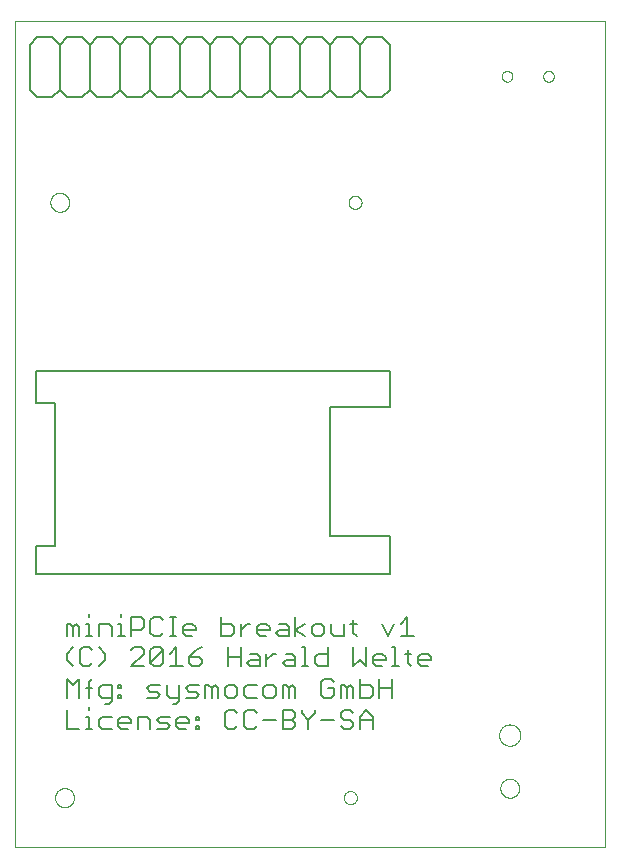
<source format=gto>
G75*
%MOIN*%
%OFA0B0*%
%FSLAX25Y25*%
%IPPOS*%
%LPD*%
%AMOC8*
5,1,8,0,0,1.08239X$1,22.5*
%
%ADD10C,0.00000*%
%ADD11C,0.00600*%
%ADD12C,0.00500*%
D10*
X0002181Y0009243D02*
X0002181Y0284834D01*
X0199031Y0284834D01*
X0199031Y0009243D01*
X0002181Y0009243D01*
X0015613Y0025806D02*
X0015615Y0025918D01*
X0015621Y0026029D01*
X0015631Y0026141D01*
X0015645Y0026252D01*
X0015662Y0026362D01*
X0015684Y0026472D01*
X0015710Y0026581D01*
X0015739Y0026689D01*
X0015772Y0026795D01*
X0015809Y0026901D01*
X0015850Y0027005D01*
X0015895Y0027108D01*
X0015943Y0027209D01*
X0015994Y0027308D01*
X0016049Y0027405D01*
X0016108Y0027500D01*
X0016169Y0027594D01*
X0016234Y0027685D01*
X0016303Y0027773D01*
X0016374Y0027859D01*
X0016448Y0027943D01*
X0016526Y0028023D01*
X0016606Y0028101D01*
X0016689Y0028177D01*
X0016774Y0028249D01*
X0016862Y0028318D01*
X0016952Y0028384D01*
X0017045Y0028446D01*
X0017140Y0028506D01*
X0017237Y0028562D01*
X0017335Y0028614D01*
X0017436Y0028663D01*
X0017538Y0028708D01*
X0017642Y0028750D01*
X0017747Y0028788D01*
X0017854Y0028822D01*
X0017961Y0028852D01*
X0018070Y0028879D01*
X0018179Y0028901D01*
X0018290Y0028920D01*
X0018400Y0028935D01*
X0018512Y0028946D01*
X0018623Y0028953D01*
X0018735Y0028956D01*
X0018847Y0028955D01*
X0018959Y0028950D01*
X0019070Y0028941D01*
X0019181Y0028928D01*
X0019292Y0028911D01*
X0019402Y0028891D01*
X0019511Y0028866D01*
X0019619Y0028838D01*
X0019726Y0028805D01*
X0019832Y0028769D01*
X0019936Y0028729D01*
X0020039Y0028686D01*
X0020141Y0028639D01*
X0020240Y0028588D01*
X0020338Y0028534D01*
X0020434Y0028476D01*
X0020528Y0028415D01*
X0020619Y0028351D01*
X0020708Y0028284D01*
X0020795Y0028213D01*
X0020879Y0028139D01*
X0020961Y0028063D01*
X0021039Y0027983D01*
X0021115Y0027901D01*
X0021188Y0027816D01*
X0021258Y0027729D01*
X0021324Y0027639D01*
X0021388Y0027547D01*
X0021448Y0027453D01*
X0021505Y0027357D01*
X0021558Y0027258D01*
X0021608Y0027158D01*
X0021654Y0027057D01*
X0021697Y0026953D01*
X0021736Y0026848D01*
X0021771Y0026742D01*
X0021802Y0026635D01*
X0021830Y0026526D01*
X0021853Y0026417D01*
X0021873Y0026307D01*
X0021889Y0026196D01*
X0021901Y0026085D01*
X0021909Y0025974D01*
X0021913Y0025862D01*
X0021913Y0025750D01*
X0021909Y0025638D01*
X0021901Y0025527D01*
X0021889Y0025416D01*
X0021873Y0025305D01*
X0021853Y0025195D01*
X0021830Y0025086D01*
X0021802Y0024977D01*
X0021771Y0024870D01*
X0021736Y0024764D01*
X0021697Y0024659D01*
X0021654Y0024555D01*
X0021608Y0024454D01*
X0021558Y0024354D01*
X0021505Y0024255D01*
X0021448Y0024159D01*
X0021388Y0024065D01*
X0021324Y0023973D01*
X0021258Y0023883D01*
X0021188Y0023796D01*
X0021115Y0023711D01*
X0021039Y0023629D01*
X0020961Y0023549D01*
X0020879Y0023473D01*
X0020795Y0023399D01*
X0020708Y0023328D01*
X0020619Y0023261D01*
X0020528Y0023197D01*
X0020434Y0023136D01*
X0020338Y0023078D01*
X0020240Y0023024D01*
X0020141Y0022973D01*
X0020039Y0022926D01*
X0019936Y0022883D01*
X0019832Y0022843D01*
X0019726Y0022807D01*
X0019619Y0022774D01*
X0019511Y0022746D01*
X0019402Y0022721D01*
X0019292Y0022701D01*
X0019181Y0022684D01*
X0019070Y0022671D01*
X0018959Y0022662D01*
X0018847Y0022657D01*
X0018735Y0022656D01*
X0018623Y0022659D01*
X0018512Y0022666D01*
X0018400Y0022677D01*
X0018290Y0022692D01*
X0018179Y0022711D01*
X0018070Y0022733D01*
X0017961Y0022760D01*
X0017854Y0022790D01*
X0017747Y0022824D01*
X0017642Y0022862D01*
X0017538Y0022904D01*
X0017436Y0022949D01*
X0017335Y0022998D01*
X0017237Y0023050D01*
X0017140Y0023106D01*
X0017045Y0023166D01*
X0016952Y0023228D01*
X0016862Y0023294D01*
X0016774Y0023363D01*
X0016689Y0023435D01*
X0016606Y0023511D01*
X0016526Y0023589D01*
X0016448Y0023669D01*
X0016374Y0023753D01*
X0016303Y0023839D01*
X0016234Y0023927D01*
X0016169Y0024018D01*
X0016108Y0024112D01*
X0016049Y0024207D01*
X0015994Y0024304D01*
X0015943Y0024403D01*
X0015895Y0024504D01*
X0015850Y0024607D01*
X0015809Y0024711D01*
X0015772Y0024817D01*
X0015739Y0024923D01*
X0015710Y0025031D01*
X0015684Y0025140D01*
X0015662Y0025250D01*
X0015645Y0025360D01*
X0015631Y0025471D01*
X0015621Y0025583D01*
X0015615Y0025694D01*
X0015613Y0025806D01*
X0111874Y0025806D02*
X0111876Y0025899D01*
X0111882Y0025991D01*
X0111892Y0026083D01*
X0111906Y0026174D01*
X0111923Y0026265D01*
X0111945Y0026355D01*
X0111970Y0026444D01*
X0111999Y0026532D01*
X0112032Y0026618D01*
X0112069Y0026703D01*
X0112109Y0026787D01*
X0112153Y0026868D01*
X0112200Y0026948D01*
X0112250Y0027026D01*
X0112304Y0027101D01*
X0112361Y0027174D01*
X0112421Y0027244D01*
X0112484Y0027312D01*
X0112550Y0027377D01*
X0112618Y0027439D01*
X0112689Y0027499D01*
X0112763Y0027555D01*
X0112839Y0027608D01*
X0112917Y0027657D01*
X0112997Y0027704D01*
X0113079Y0027746D01*
X0113163Y0027786D01*
X0113248Y0027821D01*
X0113335Y0027853D01*
X0113423Y0027882D01*
X0113512Y0027906D01*
X0113602Y0027927D01*
X0113693Y0027943D01*
X0113785Y0027956D01*
X0113877Y0027965D01*
X0113970Y0027970D01*
X0114062Y0027971D01*
X0114155Y0027968D01*
X0114247Y0027961D01*
X0114339Y0027950D01*
X0114430Y0027935D01*
X0114521Y0027917D01*
X0114611Y0027894D01*
X0114699Y0027868D01*
X0114787Y0027838D01*
X0114873Y0027804D01*
X0114957Y0027767D01*
X0115040Y0027725D01*
X0115121Y0027681D01*
X0115201Y0027633D01*
X0115278Y0027582D01*
X0115352Y0027527D01*
X0115425Y0027469D01*
X0115495Y0027409D01*
X0115562Y0027345D01*
X0115626Y0027279D01*
X0115688Y0027209D01*
X0115746Y0027138D01*
X0115801Y0027064D01*
X0115853Y0026987D01*
X0115902Y0026908D01*
X0115948Y0026828D01*
X0115990Y0026745D01*
X0116028Y0026661D01*
X0116063Y0026575D01*
X0116094Y0026488D01*
X0116121Y0026400D01*
X0116144Y0026310D01*
X0116164Y0026220D01*
X0116180Y0026129D01*
X0116192Y0026037D01*
X0116200Y0025945D01*
X0116204Y0025852D01*
X0116204Y0025760D01*
X0116200Y0025667D01*
X0116192Y0025575D01*
X0116180Y0025483D01*
X0116164Y0025392D01*
X0116144Y0025302D01*
X0116121Y0025212D01*
X0116094Y0025124D01*
X0116063Y0025037D01*
X0116028Y0024951D01*
X0115990Y0024867D01*
X0115948Y0024784D01*
X0115902Y0024704D01*
X0115853Y0024625D01*
X0115801Y0024548D01*
X0115746Y0024474D01*
X0115688Y0024403D01*
X0115626Y0024333D01*
X0115562Y0024267D01*
X0115495Y0024203D01*
X0115425Y0024143D01*
X0115352Y0024085D01*
X0115278Y0024030D01*
X0115201Y0023979D01*
X0115122Y0023931D01*
X0115040Y0023887D01*
X0114957Y0023845D01*
X0114873Y0023808D01*
X0114787Y0023774D01*
X0114699Y0023744D01*
X0114611Y0023718D01*
X0114521Y0023695D01*
X0114430Y0023677D01*
X0114339Y0023662D01*
X0114247Y0023651D01*
X0114155Y0023644D01*
X0114062Y0023641D01*
X0113970Y0023642D01*
X0113877Y0023647D01*
X0113785Y0023656D01*
X0113693Y0023669D01*
X0113602Y0023685D01*
X0113512Y0023706D01*
X0113423Y0023730D01*
X0113335Y0023759D01*
X0113248Y0023791D01*
X0113163Y0023826D01*
X0113079Y0023866D01*
X0112997Y0023908D01*
X0112917Y0023955D01*
X0112839Y0024004D01*
X0112763Y0024057D01*
X0112689Y0024113D01*
X0112618Y0024173D01*
X0112550Y0024235D01*
X0112484Y0024300D01*
X0112421Y0024368D01*
X0112361Y0024438D01*
X0112304Y0024511D01*
X0112250Y0024586D01*
X0112200Y0024664D01*
X0112153Y0024744D01*
X0112109Y0024825D01*
X0112069Y0024909D01*
X0112032Y0024994D01*
X0111999Y0025080D01*
X0111970Y0025168D01*
X0111945Y0025257D01*
X0111923Y0025347D01*
X0111906Y0025438D01*
X0111892Y0025529D01*
X0111882Y0025621D01*
X0111876Y0025713D01*
X0111874Y0025806D01*
X0164031Y0028928D02*
X0164033Y0029040D01*
X0164039Y0029151D01*
X0164049Y0029263D01*
X0164063Y0029374D01*
X0164080Y0029484D01*
X0164102Y0029594D01*
X0164128Y0029703D01*
X0164157Y0029811D01*
X0164190Y0029917D01*
X0164227Y0030023D01*
X0164268Y0030127D01*
X0164313Y0030230D01*
X0164361Y0030331D01*
X0164412Y0030430D01*
X0164467Y0030527D01*
X0164526Y0030622D01*
X0164587Y0030716D01*
X0164652Y0030807D01*
X0164721Y0030895D01*
X0164792Y0030981D01*
X0164866Y0031065D01*
X0164944Y0031145D01*
X0165024Y0031223D01*
X0165107Y0031299D01*
X0165192Y0031371D01*
X0165280Y0031440D01*
X0165370Y0031506D01*
X0165463Y0031568D01*
X0165558Y0031628D01*
X0165655Y0031684D01*
X0165753Y0031736D01*
X0165854Y0031785D01*
X0165956Y0031830D01*
X0166060Y0031872D01*
X0166165Y0031910D01*
X0166272Y0031944D01*
X0166379Y0031974D01*
X0166488Y0032001D01*
X0166597Y0032023D01*
X0166708Y0032042D01*
X0166818Y0032057D01*
X0166930Y0032068D01*
X0167041Y0032075D01*
X0167153Y0032078D01*
X0167265Y0032077D01*
X0167377Y0032072D01*
X0167488Y0032063D01*
X0167599Y0032050D01*
X0167710Y0032033D01*
X0167820Y0032013D01*
X0167929Y0031988D01*
X0168037Y0031960D01*
X0168144Y0031927D01*
X0168250Y0031891D01*
X0168354Y0031851D01*
X0168457Y0031808D01*
X0168559Y0031761D01*
X0168658Y0031710D01*
X0168756Y0031656D01*
X0168852Y0031598D01*
X0168946Y0031537D01*
X0169037Y0031473D01*
X0169126Y0031406D01*
X0169213Y0031335D01*
X0169297Y0031261D01*
X0169379Y0031185D01*
X0169457Y0031105D01*
X0169533Y0031023D01*
X0169606Y0030938D01*
X0169676Y0030851D01*
X0169742Y0030761D01*
X0169806Y0030669D01*
X0169866Y0030575D01*
X0169923Y0030479D01*
X0169976Y0030380D01*
X0170026Y0030280D01*
X0170072Y0030179D01*
X0170115Y0030075D01*
X0170154Y0029970D01*
X0170189Y0029864D01*
X0170220Y0029757D01*
X0170248Y0029648D01*
X0170271Y0029539D01*
X0170291Y0029429D01*
X0170307Y0029318D01*
X0170319Y0029207D01*
X0170327Y0029096D01*
X0170331Y0028984D01*
X0170331Y0028872D01*
X0170327Y0028760D01*
X0170319Y0028649D01*
X0170307Y0028538D01*
X0170291Y0028427D01*
X0170271Y0028317D01*
X0170248Y0028208D01*
X0170220Y0028099D01*
X0170189Y0027992D01*
X0170154Y0027886D01*
X0170115Y0027781D01*
X0170072Y0027677D01*
X0170026Y0027576D01*
X0169976Y0027476D01*
X0169923Y0027377D01*
X0169866Y0027281D01*
X0169806Y0027187D01*
X0169742Y0027095D01*
X0169676Y0027005D01*
X0169606Y0026918D01*
X0169533Y0026833D01*
X0169457Y0026751D01*
X0169379Y0026671D01*
X0169297Y0026595D01*
X0169213Y0026521D01*
X0169126Y0026450D01*
X0169037Y0026383D01*
X0168946Y0026319D01*
X0168852Y0026258D01*
X0168756Y0026200D01*
X0168658Y0026146D01*
X0168559Y0026095D01*
X0168457Y0026048D01*
X0168354Y0026005D01*
X0168250Y0025965D01*
X0168144Y0025929D01*
X0168037Y0025896D01*
X0167929Y0025868D01*
X0167820Y0025843D01*
X0167710Y0025823D01*
X0167599Y0025806D01*
X0167488Y0025793D01*
X0167377Y0025784D01*
X0167265Y0025779D01*
X0167153Y0025778D01*
X0167041Y0025781D01*
X0166930Y0025788D01*
X0166818Y0025799D01*
X0166708Y0025814D01*
X0166597Y0025833D01*
X0166488Y0025855D01*
X0166379Y0025882D01*
X0166272Y0025912D01*
X0166165Y0025946D01*
X0166060Y0025984D01*
X0165956Y0026026D01*
X0165854Y0026071D01*
X0165753Y0026120D01*
X0165655Y0026172D01*
X0165558Y0026228D01*
X0165463Y0026288D01*
X0165370Y0026350D01*
X0165280Y0026416D01*
X0165192Y0026485D01*
X0165107Y0026557D01*
X0165024Y0026633D01*
X0164944Y0026711D01*
X0164866Y0026791D01*
X0164792Y0026875D01*
X0164721Y0026961D01*
X0164652Y0027049D01*
X0164587Y0027140D01*
X0164526Y0027234D01*
X0164467Y0027329D01*
X0164412Y0027426D01*
X0164361Y0027525D01*
X0164313Y0027626D01*
X0164268Y0027729D01*
X0164227Y0027833D01*
X0164190Y0027939D01*
X0164157Y0028045D01*
X0164128Y0028153D01*
X0164102Y0028262D01*
X0164080Y0028372D01*
X0164063Y0028482D01*
X0164049Y0028593D01*
X0164039Y0028705D01*
X0164033Y0028816D01*
X0164031Y0028928D01*
X0163638Y0046645D02*
X0163640Y0046763D01*
X0163646Y0046882D01*
X0163656Y0047000D01*
X0163670Y0047117D01*
X0163687Y0047234D01*
X0163709Y0047351D01*
X0163735Y0047466D01*
X0163764Y0047581D01*
X0163797Y0047695D01*
X0163834Y0047807D01*
X0163875Y0047918D01*
X0163919Y0048028D01*
X0163967Y0048136D01*
X0164019Y0048243D01*
X0164074Y0048348D01*
X0164133Y0048451D01*
X0164195Y0048551D01*
X0164260Y0048650D01*
X0164329Y0048747D01*
X0164400Y0048841D01*
X0164475Y0048932D01*
X0164553Y0049022D01*
X0164634Y0049108D01*
X0164718Y0049192D01*
X0164804Y0049273D01*
X0164894Y0049351D01*
X0164985Y0049426D01*
X0165079Y0049497D01*
X0165176Y0049566D01*
X0165275Y0049631D01*
X0165375Y0049693D01*
X0165478Y0049752D01*
X0165583Y0049807D01*
X0165690Y0049859D01*
X0165798Y0049907D01*
X0165908Y0049951D01*
X0166019Y0049992D01*
X0166131Y0050029D01*
X0166245Y0050062D01*
X0166360Y0050091D01*
X0166475Y0050117D01*
X0166592Y0050139D01*
X0166709Y0050156D01*
X0166826Y0050170D01*
X0166944Y0050180D01*
X0167063Y0050186D01*
X0167181Y0050188D01*
X0167299Y0050186D01*
X0167418Y0050180D01*
X0167536Y0050170D01*
X0167653Y0050156D01*
X0167770Y0050139D01*
X0167887Y0050117D01*
X0168002Y0050091D01*
X0168117Y0050062D01*
X0168231Y0050029D01*
X0168343Y0049992D01*
X0168454Y0049951D01*
X0168564Y0049907D01*
X0168672Y0049859D01*
X0168779Y0049807D01*
X0168884Y0049752D01*
X0168987Y0049693D01*
X0169087Y0049631D01*
X0169186Y0049566D01*
X0169283Y0049497D01*
X0169377Y0049426D01*
X0169468Y0049351D01*
X0169558Y0049273D01*
X0169644Y0049192D01*
X0169728Y0049108D01*
X0169809Y0049022D01*
X0169887Y0048932D01*
X0169962Y0048841D01*
X0170033Y0048747D01*
X0170102Y0048650D01*
X0170167Y0048551D01*
X0170229Y0048451D01*
X0170288Y0048348D01*
X0170343Y0048243D01*
X0170395Y0048136D01*
X0170443Y0048028D01*
X0170487Y0047918D01*
X0170528Y0047807D01*
X0170565Y0047695D01*
X0170598Y0047581D01*
X0170627Y0047466D01*
X0170653Y0047351D01*
X0170675Y0047234D01*
X0170692Y0047117D01*
X0170706Y0047000D01*
X0170716Y0046882D01*
X0170722Y0046763D01*
X0170724Y0046645D01*
X0170722Y0046527D01*
X0170716Y0046408D01*
X0170706Y0046290D01*
X0170692Y0046173D01*
X0170675Y0046056D01*
X0170653Y0045939D01*
X0170627Y0045824D01*
X0170598Y0045709D01*
X0170565Y0045595D01*
X0170528Y0045483D01*
X0170487Y0045372D01*
X0170443Y0045262D01*
X0170395Y0045154D01*
X0170343Y0045047D01*
X0170288Y0044942D01*
X0170229Y0044839D01*
X0170167Y0044739D01*
X0170102Y0044640D01*
X0170033Y0044543D01*
X0169962Y0044449D01*
X0169887Y0044358D01*
X0169809Y0044268D01*
X0169728Y0044182D01*
X0169644Y0044098D01*
X0169558Y0044017D01*
X0169468Y0043939D01*
X0169377Y0043864D01*
X0169283Y0043793D01*
X0169186Y0043724D01*
X0169087Y0043659D01*
X0168987Y0043597D01*
X0168884Y0043538D01*
X0168779Y0043483D01*
X0168672Y0043431D01*
X0168564Y0043383D01*
X0168454Y0043339D01*
X0168343Y0043298D01*
X0168231Y0043261D01*
X0168117Y0043228D01*
X0168002Y0043199D01*
X0167887Y0043173D01*
X0167770Y0043151D01*
X0167653Y0043134D01*
X0167536Y0043120D01*
X0167418Y0043110D01*
X0167299Y0043104D01*
X0167181Y0043102D01*
X0167063Y0043104D01*
X0166944Y0043110D01*
X0166826Y0043120D01*
X0166709Y0043134D01*
X0166592Y0043151D01*
X0166475Y0043173D01*
X0166360Y0043199D01*
X0166245Y0043228D01*
X0166131Y0043261D01*
X0166019Y0043298D01*
X0165908Y0043339D01*
X0165798Y0043383D01*
X0165690Y0043431D01*
X0165583Y0043483D01*
X0165478Y0043538D01*
X0165375Y0043597D01*
X0165275Y0043659D01*
X0165176Y0043724D01*
X0165079Y0043793D01*
X0164985Y0043864D01*
X0164894Y0043939D01*
X0164804Y0044017D01*
X0164718Y0044098D01*
X0164634Y0044182D01*
X0164553Y0044268D01*
X0164475Y0044358D01*
X0164400Y0044449D01*
X0164329Y0044543D01*
X0164260Y0044640D01*
X0164195Y0044739D01*
X0164133Y0044839D01*
X0164074Y0044942D01*
X0164019Y0045047D01*
X0163967Y0045154D01*
X0163919Y0045262D01*
X0163875Y0045372D01*
X0163834Y0045483D01*
X0163797Y0045595D01*
X0163764Y0045709D01*
X0163735Y0045824D01*
X0163709Y0045939D01*
X0163687Y0046056D01*
X0163670Y0046173D01*
X0163656Y0046290D01*
X0163646Y0046408D01*
X0163640Y0046527D01*
X0163638Y0046645D01*
X0113449Y0224243D02*
X0113451Y0224336D01*
X0113457Y0224428D01*
X0113467Y0224520D01*
X0113481Y0224611D01*
X0113498Y0224702D01*
X0113520Y0224792D01*
X0113545Y0224881D01*
X0113574Y0224969D01*
X0113607Y0225055D01*
X0113644Y0225140D01*
X0113684Y0225224D01*
X0113728Y0225305D01*
X0113775Y0225385D01*
X0113825Y0225463D01*
X0113879Y0225538D01*
X0113936Y0225611D01*
X0113996Y0225681D01*
X0114059Y0225749D01*
X0114125Y0225814D01*
X0114193Y0225876D01*
X0114264Y0225936D01*
X0114338Y0225992D01*
X0114414Y0226045D01*
X0114492Y0226094D01*
X0114572Y0226141D01*
X0114654Y0226183D01*
X0114738Y0226223D01*
X0114823Y0226258D01*
X0114910Y0226290D01*
X0114998Y0226319D01*
X0115087Y0226343D01*
X0115177Y0226364D01*
X0115268Y0226380D01*
X0115360Y0226393D01*
X0115452Y0226402D01*
X0115545Y0226407D01*
X0115637Y0226408D01*
X0115730Y0226405D01*
X0115822Y0226398D01*
X0115914Y0226387D01*
X0116005Y0226372D01*
X0116096Y0226354D01*
X0116186Y0226331D01*
X0116274Y0226305D01*
X0116362Y0226275D01*
X0116448Y0226241D01*
X0116532Y0226204D01*
X0116615Y0226162D01*
X0116696Y0226118D01*
X0116776Y0226070D01*
X0116853Y0226019D01*
X0116927Y0225964D01*
X0117000Y0225906D01*
X0117070Y0225846D01*
X0117137Y0225782D01*
X0117201Y0225716D01*
X0117263Y0225646D01*
X0117321Y0225575D01*
X0117376Y0225501D01*
X0117428Y0225424D01*
X0117477Y0225345D01*
X0117523Y0225265D01*
X0117565Y0225182D01*
X0117603Y0225098D01*
X0117638Y0225012D01*
X0117669Y0224925D01*
X0117696Y0224837D01*
X0117719Y0224747D01*
X0117739Y0224657D01*
X0117755Y0224566D01*
X0117767Y0224474D01*
X0117775Y0224382D01*
X0117779Y0224289D01*
X0117779Y0224197D01*
X0117775Y0224104D01*
X0117767Y0224012D01*
X0117755Y0223920D01*
X0117739Y0223829D01*
X0117719Y0223739D01*
X0117696Y0223649D01*
X0117669Y0223561D01*
X0117638Y0223474D01*
X0117603Y0223388D01*
X0117565Y0223304D01*
X0117523Y0223221D01*
X0117477Y0223141D01*
X0117428Y0223062D01*
X0117376Y0222985D01*
X0117321Y0222911D01*
X0117263Y0222840D01*
X0117201Y0222770D01*
X0117137Y0222704D01*
X0117070Y0222640D01*
X0117000Y0222580D01*
X0116927Y0222522D01*
X0116853Y0222467D01*
X0116776Y0222416D01*
X0116697Y0222368D01*
X0116615Y0222324D01*
X0116532Y0222282D01*
X0116448Y0222245D01*
X0116362Y0222211D01*
X0116274Y0222181D01*
X0116186Y0222155D01*
X0116096Y0222132D01*
X0116005Y0222114D01*
X0115914Y0222099D01*
X0115822Y0222088D01*
X0115730Y0222081D01*
X0115637Y0222078D01*
X0115545Y0222079D01*
X0115452Y0222084D01*
X0115360Y0222093D01*
X0115268Y0222106D01*
X0115177Y0222122D01*
X0115087Y0222143D01*
X0114998Y0222167D01*
X0114910Y0222196D01*
X0114823Y0222228D01*
X0114738Y0222263D01*
X0114654Y0222303D01*
X0114572Y0222345D01*
X0114492Y0222392D01*
X0114414Y0222441D01*
X0114338Y0222494D01*
X0114264Y0222550D01*
X0114193Y0222610D01*
X0114125Y0222672D01*
X0114059Y0222737D01*
X0113996Y0222805D01*
X0113936Y0222875D01*
X0113879Y0222948D01*
X0113825Y0223023D01*
X0113775Y0223101D01*
X0113728Y0223181D01*
X0113684Y0223262D01*
X0113644Y0223346D01*
X0113607Y0223431D01*
X0113574Y0223517D01*
X0113545Y0223605D01*
X0113520Y0223694D01*
X0113498Y0223784D01*
X0113481Y0223875D01*
X0113467Y0223966D01*
X0113457Y0224058D01*
X0113451Y0224150D01*
X0113449Y0224243D01*
X0164519Y0266243D02*
X0164521Y0266327D01*
X0164527Y0266410D01*
X0164537Y0266493D01*
X0164551Y0266576D01*
X0164568Y0266658D01*
X0164590Y0266739D01*
X0164615Y0266818D01*
X0164644Y0266897D01*
X0164677Y0266974D01*
X0164713Y0267049D01*
X0164753Y0267123D01*
X0164796Y0267195D01*
X0164843Y0267264D01*
X0164893Y0267331D01*
X0164946Y0267396D01*
X0165002Y0267458D01*
X0165060Y0267518D01*
X0165122Y0267575D01*
X0165186Y0267628D01*
X0165253Y0267679D01*
X0165322Y0267726D01*
X0165393Y0267771D01*
X0165466Y0267811D01*
X0165541Y0267848D01*
X0165618Y0267882D01*
X0165696Y0267912D01*
X0165775Y0267938D01*
X0165856Y0267961D01*
X0165938Y0267979D01*
X0166020Y0267994D01*
X0166103Y0268005D01*
X0166186Y0268012D01*
X0166270Y0268015D01*
X0166354Y0268014D01*
X0166437Y0268009D01*
X0166521Y0268000D01*
X0166603Y0267987D01*
X0166685Y0267971D01*
X0166766Y0267950D01*
X0166847Y0267926D01*
X0166925Y0267898D01*
X0167003Y0267866D01*
X0167079Y0267830D01*
X0167153Y0267791D01*
X0167225Y0267749D01*
X0167295Y0267703D01*
X0167363Y0267654D01*
X0167428Y0267602D01*
X0167491Y0267547D01*
X0167551Y0267489D01*
X0167609Y0267428D01*
X0167663Y0267364D01*
X0167715Y0267298D01*
X0167763Y0267230D01*
X0167808Y0267159D01*
X0167849Y0267086D01*
X0167888Y0267012D01*
X0167922Y0266936D01*
X0167953Y0266858D01*
X0167980Y0266779D01*
X0168004Y0266698D01*
X0168023Y0266617D01*
X0168039Y0266535D01*
X0168051Y0266452D01*
X0168059Y0266368D01*
X0168063Y0266285D01*
X0168063Y0266201D01*
X0168059Y0266118D01*
X0168051Y0266034D01*
X0168039Y0265951D01*
X0168023Y0265869D01*
X0168004Y0265788D01*
X0167980Y0265707D01*
X0167953Y0265628D01*
X0167922Y0265550D01*
X0167888Y0265474D01*
X0167849Y0265400D01*
X0167808Y0265327D01*
X0167763Y0265256D01*
X0167715Y0265188D01*
X0167663Y0265122D01*
X0167609Y0265058D01*
X0167551Y0264997D01*
X0167491Y0264939D01*
X0167428Y0264884D01*
X0167363Y0264832D01*
X0167295Y0264783D01*
X0167225Y0264737D01*
X0167153Y0264695D01*
X0167079Y0264656D01*
X0167003Y0264620D01*
X0166925Y0264588D01*
X0166847Y0264560D01*
X0166766Y0264536D01*
X0166685Y0264515D01*
X0166603Y0264499D01*
X0166521Y0264486D01*
X0166437Y0264477D01*
X0166354Y0264472D01*
X0166270Y0264471D01*
X0166186Y0264474D01*
X0166103Y0264481D01*
X0166020Y0264492D01*
X0165938Y0264507D01*
X0165856Y0264525D01*
X0165775Y0264548D01*
X0165696Y0264574D01*
X0165618Y0264604D01*
X0165541Y0264638D01*
X0165466Y0264675D01*
X0165393Y0264715D01*
X0165322Y0264760D01*
X0165253Y0264807D01*
X0165186Y0264858D01*
X0165122Y0264911D01*
X0165060Y0264968D01*
X0165002Y0265028D01*
X0164946Y0265090D01*
X0164893Y0265155D01*
X0164843Y0265222D01*
X0164796Y0265291D01*
X0164753Y0265363D01*
X0164713Y0265437D01*
X0164677Y0265512D01*
X0164644Y0265589D01*
X0164615Y0265668D01*
X0164590Y0265747D01*
X0164568Y0265828D01*
X0164551Y0265910D01*
X0164537Y0265993D01*
X0164527Y0266076D01*
X0164521Y0266159D01*
X0164519Y0266243D01*
X0178299Y0266243D02*
X0178301Y0266327D01*
X0178307Y0266410D01*
X0178317Y0266493D01*
X0178331Y0266576D01*
X0178348Y0266658D01*
X0178370Y0266739D01*
X0178395Y0266818D01*
X0178424Y0266897D01*
X0178457Y0266974D01*
X0178493Y0267049D01*
X0178533Y0267123D01*
X0178576Y0267195D01*
X0178623Y0267264D01*
X0178673Y0267331D01*
X0178726Y0267396D01*
X0178782Y0267458D01*
X0178840Y0267518D01*
X0178902Y0267575D01*
X0178966Y0267628D01*
X0179033Y0267679D01*
X0179102Y0267726D01*
X0179173Y0267771D01*
X0179246Y0267811D01*
X0179321Y0267848D01*
X0179398Y0267882D01*
X0179476Y0267912D01*
X0179555Y0267938D01*
X0179636Y0267961D01*
X0179718Y0267979D01*
X0179800Y0267994D01*
X0179883Y0268005D01*
X0179966Y0268012D01*
X0180050Y0268015D01*
X0180134Y0268014D01*
X0180217Y0268009D01*
X0180301Y0268000D01*
X0180383Y0267987D01*
X0180465Y0267971D01*
X0180546Y0267950D01*
X0180627Y0267926D01*
X0180705Y0267898D01*
X0180783Y0267866D01*
X0180859Y0267830D01*
X0180933Y0267791D01*
X0181005Y0267749D01*
X0181075Y0267703D01*
X0181143Y0267654D01*
X0181208Y0267602D01*
X0181271Y0267547D01*
X0181331Y0267489D01*
X0181389Y0267428D01*
X0181443Y0267364D01*
X0181495Y0267298D01*
X0181543Y0267230D01*
X0181588Y0267159D01*
X0181629Y0267086D01*
X0181668Y0267012D01*
X0181702Y0266936D01*
X0181733Y0266858D01*
X0181760Y0266779D01*
X0181784Y0266698D01*
X0181803Y0266617D01*
X0181819Y0266535D01*
X0181831Y0266452D01*
X0181839Y0266368D01*
X0181843Y0266285D01*
X0181843Y0266201D01*
X0181839Y0266118D01*
X0181831Y0266034D01*
X0181819Y0265951D01*
X0181803Y0265869D01*
X0181784Y0265788D01*
X0181760Y0265707D01*
X0181733Y0265628D01*
X0181702Y0265550D01*
X0181668Y0265474D01*
X0181629Y0265400D01*
X0181588Y0265327D01*
X0181543Y0265256D01*
X0181495Y0265188D01*
X0181443Y0265122D01*
X0181389Y0265058D01*
X0181331Y0264997D01*
X0181271Y0264939D01*
X0181208Y0264884D01*
X0181143Y0264832D01*
X0181075Y0264783D01*
X0181005Y0264737D01*
X0180933Y0264695D01*
X0180859Y0264656D01*
X0180783Y0264620D01*
X0180705Y0264588D01*
X0180627Y0264560D01*
X0180546Y0264536D01*
X0180465Y0264515D01*
X0180383Y0264499D01*
X0180301Y0264486D01*
X0180217Y0264477D01*
X0180134Y0264472D01*
X0180050Y0264471D01*
X0179966Y0264474D01*
X0179883Y0264481D01*
X0179800Y0264492D01*
X0179718Y0264507D01*
X0179636Y0264525D01*
X0179555Y0264548D01*
X0179476Y0264574D01*
X0179398Y0264604D01*
X0179321Y0264638D01*
X0179246Y0264675D01*
X0179173Y0264715D01*
X0179102Y0264760D01*
X0179033Y0264807D01*
X0178966Y0264858D01*
X0178902Y0264911D01*
X0178840Y0264968D01*
X0178782Y0265028D01*
X0178726Y0265090D01*
X0178673Y0265155D01*
X0178623Y0265222D01*
X0178576Y0265291D01*
X0178533Y0265363D01*
X0178493Y0265437D01*
X0178457Y0265512D01*
X0178424Y0265589D01*
X0178395Y0265668D01*
X0178370Y0265747D01*
X0178348Y0265828D01*
X0178331Y0265910D01*
X0178317Y0265993D01*
X0178307Y0266076D01*
X0178301Y0266159D01*
X0178299Y0266243D01*
X0014038Y0224243D02*
X0014040Y0224355D01*
X0014046Y0224466D01*
X0014056Y0224578D01*
X0014070Y0224689D01*
X0014087Y0224799D01*
X0014109Y0224909D01*
X0014135Y0225018D01*
X0014164Y0225126D01*
X0014197Y0225232D01*
X0014234Y0225338D01*
X0014275Y0225442D01*
X0014320Y0225545D01*
X0014368Y0225646D01*
X0014419Y0225745D01*
X0014474Y0225842D01*
X0014533Y0225937D01*
X0014594Y0226031D01*
X0014659Y0226122D01*
X0014728Y0226210D01*
X0014799Y0226296D01*
X0014873Y0226380D01*
X0014951Y0226460D01*
X0015031Y0226538D01*
X0015114Y0226614D01*
X0015199Y0226686D01*
X0015287Y0226755D01*
X0015377Y0226821D01*
X0015470Y0226883D01*
X0015565Y0226943D01*
X0015662Y0226999D01*
X0015760Y0227051D01*
X0015861Y0227100D01*
X0015963Y0227145D01*
X0016067Y0227187D01*
X0016172Y0227225D01*
X0016279Y0227259D01*
X0016386Y0227289D01*
X0016495Y0227316D01*
X0016604Y0227338D01*
X0016715Y0227357D01*
X0016825Y0227372D01*
X0016937Y0227383D01*
X0017048Y0227390D01*
X0017160Y0227393D01*
X0017272Y0227392D01*
X0017384Y0227387D01*
X0017495Y0227378D01*
X0017606Y0227365D01*
X0017717Y0227348D01*
X0017827Y0227328D01*
X0017936Y0227303D01*
X0018044Y0227275D01*
X0018151Y0227242D01*
X0018257Y0227206D01*
X0018361Y0227166D01*
X0018464Y0227123D01*
X0018566Y0227076D01*
X0018665Y0227025D01*
X0018763Y0226971D01*
X0018859Y0226913D01*
X0018953Y0226852D01*
X0019044Y0226788D01*
X0019133Y0226721D01*
X0019220Y0226650D01*
X0019304Y0226576D01*
X0019386Y0226500D01*
X0019464Y0226420D01*
X0019540Y0226338D01*
X0019613Y0226253D01*
X0019683Y0226166D01*
X0019749Y0226076D01*
X0019813Y0225984D01*
X0019873Y0225890D01*
X0019930Y0225794D01*
X0019983Y0225695D01*
X0020033Y0225595D01*
X0020079Y0225494D01*
X0020122Y0225390D01*
X0020161Y0225285D01*
X0020196Y0225179D01*
X0020227Y0225072D01*
X0020255Y0224963D01*
X0020278Y0224854D01*
X0020298Y0224744D01*
X0020314Y0224633D01*
X0020326Y0224522D01*
X0020334Y0224411D01*
X0020338Y0224299D01*
X0020338Y0224187D01*
X0020334Y0224075D01*
X0020326Y0223964D01*
X0020314Y0223853D01*
X0020298Y0223742D01*
X0020278Y0223632D01*
X0020255Y0223523D01*
X0020227Y0223414D01*
X0020196Y0223307D01*
X0020161Y0223201D01*
X0020122Y0223096D01*
X0020079Y0222992D01*
X0020033Y0222891D01*
X0019983Y0222791D01*
X0019930Y0222692D01*
X0019873Y0222596D01*
X0019813Y0222502D01*
X0019749Y0222410D01*
X0019683Y0222320D01*
X0019613Y0222233D01*
X0019540Y0222148D01*
X0019464Y0222066D01*
X0019386Y0221986D01*
X0019304Y0221910D01*
X0019220Y0221836D01*
X0019133Y0221765D01*
X0019044Y0221698D01*
X0018953Y0221634D01*
X0018859Y0221573D01*
X0018763Y0221515D01*
X0018665Y0221461D01*
X0018566Y0221410D01*
X0018464Y0221363D01*
X0018361Y0221320D01*
X0018257Y0221280D01*
X0018151Y0221244D01*
X0018044Y0221211D01*
X0017936Y0221183D01*
X0017827Y0221158D01*
X0017717Y0221138D01*
X0017606Y0221121D01*
X0017495Y0221108D01*
X0017384Y0221099D01*
X0017272Y0221094D01*
X0017160Y0221093D01*
X0017048Y0221096D01*
X0016937Y0221103D01*
X0016825Y0221114D01*
X0016715Y0221129D01*
X0016604Y0221148D01*
X0016495Y0221170D01*
X0016386Y0221197D01*
X0016279Y0221227D01*
X0016172Y0221261D01*
X0016067Y0221299D01*
X0015963Y0221341D01*
X0015861Y0221386D01*
X0015760Y0221435D01*
X0015662Y0221487D01*
X0015565Y0221543D01*
X0015470Y0221603D01*
X0015377Y0221665D01*
X0015287Y0221731D01*
X0015199Y0221800D01*
X0015114Y0221872D01*
X0015031Y0221948D01*
X0014951Y0222026D01*
X0014873Y0222106D01*
X0014799Y0222190D01*
X0014728Y0222276D01*
X0014659Y0222364D01*
X0014594Y0222455D01*
X0014533Y0222549D01*
X0014474Y0222644D01*
X0014419Y0222741D01*
X0014368Y0222840D01*
X0014320Y0222941D01*
X0014275Y0223044D01*
X0014234Y0223148D01*
X0014197Y0223254D01*
X0014164Y0223360D01*
X0014135Y0223468D01*
X0014109Y0223577D01*
X0014087Y0223687D01*
X0014070Y0223797D01*
X0014056Y0223908D01*
X0014046Y0224020D01*
X0014040Y0224131D01*
X0014038Y0224243D01*
D11*
X0014681Y0259243D02*
X0009681Y0259243D01*
X0007181Y0261743D01*
X0007181Y0276743D01*
X0009681Y0279243D01*
X0014681Y0279243D01*
X0017181Y0276743D01*
X0017181Y0261743D01*
X0019681Y0259243D01*
X0024681Y0259243D01*
X0027181Y0261743D01*
X0027181Y0276743D01*
X0029681Y0279243D01*
X0034681Y0279243D01*
X0037181Y0276743D01*
X0037181Y0261743D01*
X0039681Y0259243D01*
X0044681Y0259243D01*
X0047181Y0261743D01*
X0047181Y0276743D01*
X0049681Y0279243D01*
X0054681Y0279243D01*
X0057181Y0276743D01*
X0057181Y0261743D01*
X0059681Y0259243D01*
X0064681Y0259243D01*
X0067181Y0261743D01*
X0067181Y0276743D01*
X0069681Y0279243D01*
X0074681Y0279243D01*
X0077181Y0276743D01*
X0077181Y0261743D01*
X0074681Y0259243D01*
X0069681Y0259243D01*
X0067181Y0261743D01*
X0057181Y0261743D02*
X0054681Y0259243D01*
X0049681Y0259243D01*
X0047181Y0261743D01*
X0037181Y0261743D02*
X0034681Y0259243D01*
X0029681Y0259243D01*
X0027181Y0261743D01*
X0017181Y0261743D02*
X0014681Y0259243D01*
X0017181Y0276743D02*
X0019681Y0279243D01*
X0024681Y0279243D01*
X0027181Y0276743D01*
X0037181Y0276743D02*
X0039681Y0279243D01*
X0044681Y0279243D01*
X0047181Y0276743D01*
X0057181Y0276743D02*
X0059681Y0279243D01*
X0064681Y0279243D01*
X0067181Y0276743D01*
X0077181Y0276743D02*
X0079681Y0279243D01*
X0084681Y0279243D01*
X0087181Y0276743D01*
X0087181Y0261743D01*
X0084681Y0259243D01*
X0079681Y0259243D01*
X0077181Y0261743D01*
X0087181Y0261743D02*
X0089681Y0259243D01*
X0094681Y0259243D01*
X0097181Y0261743D01*
X0097181Y0276743D01*
X0099681Y0279243D01*
X0104681Y0279243D01*
X0107181Y0276743D01*
X0107181Y0261743D01*
X0104681Y0259243D01*
X0099681Y0259243D01*
X0097181Y0261743D01*
X0107181Y0261743D02*
X0109681Y0259243D01*
X0114681Y0259243D01*
X0117181Y0261743D01*
X0119681Y0259243D01*
X0124681Y0259243D01*
X0127181Y0261743D01*
X0127181Y0276743D01*
X0124681Y0279243D01*
X0119681Y0279243D01*
X0117181Y0276743D01*
X0117181Y0261743D01*
X0117181Y0276743D02*
X0114681Y0279243D01*
X0109681Y0279243D01*
X0107181Y0276743D01*
X0097181Y0276743D02*
X0094681Y0279243D01*
X0089681Y0279243D01*
X0087181Y0276743D01*
X0095753Y0085948D02*
X0095753Y0079543D01*
X0095753Y0081678D02*
X0098956Y0083813D01*
X0101124Y0082746D02*
X0101124Y0080611D01*
X0102192Y0079543D01*
X0104327Y0079543D01*
X0105394Y0080611D01*
X0105394Y0082746D01*
X0104327Y0083813D01*
X0102192Y0083813D01*
X0101124Y0082746D01*
X0098956Y0079543D02*
X0095753Y0081678D01*
X0093578Y0081678D02*
X0090375Y0081678D01*
X0089307Y0080611D01*
X0090375Y0079543D01*
X0093578Y0079543D01*
X0093578Y0082746D01*
X0092510Y0083813D01*
X0090375Y0083813D01*
X0087132Y0082746D02*
X0087132Y0081678D01*
X0082862Y0081678D01*
X0082862Y0080611D02*
X0082862Y0082746D01*
X0083929Y0083813D01*
X0086065Y0083813D01*
X0087132Y0082746D01*
X0086065Y0079543D02*
X0083929Y0079543D01*
X0082862Y0080611D01*
X0080693Y0083813D02*
X0079626Y0083813D01*
X0077491Y0081678D01*
X0077491Y0079543D02*
X0077491Y0083813D01*
X0075315Y0082746D02*
X0075315Y0080611D01*
X0074248Y0079543D01*
X0071045Y0079543D01*
X0071045Y0085948D01*
X0071045Y0083813D02*
X0074248Y0083813D01*
X0075315Y0082746D01*
X0073194Y0075948D02*
X0073194Y0069543D01*
X0073194Y0072746D02*
X0077464Y0072746D01*
X0079639Y0070611D02*
X0080707Y0069543D01*
X0083909Y0069543D01*
X0083909Y0072746D01*
X0082842Y0073813D01*
X0080707Y0073813D01*
X0080707Y0071678D02*
X0083909Y0071678D01*
X0086085Y0071678D02*
X0088220Y0073813D01*
X0089287Y0073813D01*
X0086085Y0073813D02*
X0086085Y0069543D01*
X0091456Y0070611D02*
X0092523Y0071678D01*
X0095726Y0071678D01*
X0095726Y0072746D02*
X0095726Y0069543D01*
X0092523Y0069543D01*
X0091456Y0070611D01*
X0092523Y0073813D02*
X0094659Y0073813D01*
X0095726Y0072746D01*
X0097901Y0075948D02*
X0098969Y0075948D01*
X0098969Y0069543D01*
X0100036Y0069543D02*
X0097901Y0069543D01*
X0102198Y0070611D02*
X0103266Y0069543D01*
X0106469Y0069543D01*
X0106469Y0075948D01*
X0106469Y0073813D02*
X0103266Y0073813D01*
X0102198Y0072746D01*
X0102198Y0070611D01*
X0105414Y0065448D02*
X0104347Y0064381D01*
X0104347Y0060111D01*
X0105414Y0059043D01*
X0107550Y0059043D01*
X0108617Y0060111D01*
X0108617Y0062246D01*
X0106482Y0062246D01*
X0108617Y0064381D02*
X0107550Y0065448D01*
X0105414Y0065448D01*
X0110792Y0063313D02*
X0110792Y0059043D01*
X0112927Y0059043D02*
X0112927Y0062246D01*
X0113995Y0063313D01*
X0115063Y0062246D01*
X0115063Y0059043D01*
X0117238Y0059043D02*
X0120441Y0059043D01*
X0121508Y0060111D01*
X0121508Y0062246D01*
X0120441Y0063313D01*
X0117238Y0063313D01*
X0117238Y0065448D02*
X0117238Y0059043D01*
X0119373Y0054948D02*
X0117238Y0052813D01*
X0117238Y0048543D01*
X0115063Y0049611D02*
X0115063Y0050678D01*
X0113995Y0051746D01*
X0111860Y0051746D01*
X0110792Y0052813D01*
X0110792Y0053881D01*
X0111860Y0054948D01*
X0113995Y0054948D01*
X0115063Y0053881D01*
X0117238Y0051746D02*
X0121508Y0051746D01*
X0121508Y0052813D02*
X0119373Y0054948D01*
X0121508Y0052813D02*
X0121508Y0048543D01*
X0115063Y0049611D02*
X0113995Y0048543D01*
X0111860Y0048543D01*
X0110792Y0049611D01*
X0108617Y0051746D02*
X0104347Y0051746D01*
X0102172Y0053881D02*
X0102172Y0054948D01*
X0102172Y0053881D02*
X0100036Y0051746D01*
X0100036Y0048543D01*
X0100036Y0051746D02*
X0097901Y0053881D01*
X0097901Y0054948D01*
X0095726Y0053881D02*
X0095726Y0052813D01*
X0094659Y0051746D01*
X0091456Y0051746D01*
X0089281Y0051746D02*
X0085010Y0051746D01*
X0082835Y0053881D02*
X0081768Y0054948D01*
X0079632Y0054948D01*
X0078565Y0053881D01*
X0078565Y0049611D01*
X0079632Y0048543D01*
X0081768Y0048543D01*
X0082835Y0049611D01*
X0076390Y0049611D02*
X0075322Y0048543D01*
X0073187Y0048543D01*
X0072119Y0049611D01*
X0072119Y0053881D01*
X0073187Y0054948D01*
X0075322Y0054948D01*
X0076390Y0053881D01*
X0075322Y0059043D02*
X0073187Y0059043D01*
X0072119Y0060111D01*
X0072119Y0062246D01*
X0073187Y0063313D01*
X0075322Y0063313D01*
X0076390Y0062246D01*
X0076390Y0060111D01*
X0075322Y0059043D01*
X0078565Y0060111D02*
X0079632Y0059043D01*
X0082835Y0059043D01*
X0085010Y0060111D02*
X0085010Y0062246D01*
X0086078Y0063313D01*
X0088213Y0063313D01*
X0089281Y0062246D01*
X0089281Y0060111D01*
X0088213Y0059043D01*
X0086078Y0059043D01*
X0085010Y0060111D01*
X0082835Y0063313D02*
X0079632Y0063313D01*
X0078565Y0062246D01*
X0078565Y0060111D01*
X0077464Y0069543D02*
X0077464Y0075948D01*
X0080707Y0071678D02*
X0079639Y0070611D01*
X0069944Y0062246D02*
X0069944Y0059043D01*
X0067809Y0059043D02*
X0067809Y0062246D01*
X0068877Y0063313D01*
X0069944Y0062246D01*
X0067809Y0062246D02*
X0066741Y0063313D01*
X0065674Y0063313D01*
X0065674Y0059043D01*
X0063499Y0060111D02*
X0062431Y0061178D01*
X0060296Y0061178D01*
X0059228Y0062246D01*
X0060296Y0063313D01*
X0063499Y0063313D01*
X0063499Y0060111D02*
X0062431Y0059043D01*
X0059228Y0059043D01*
X0057053Y0059043D02*
X0053850Y0059043D01*
X0052783Y0060111D01*
X0052783Y0063313D01*
X0050608Y0063313D02*
X0047405Y0063313D01*
X0046337Y0062246D01*
X0047405Y0061178D01*
X0049540Y0061178D01*
X0050608Y0060111D01*
X0049540Y0059043D01*
X0046337Y0059043D01*
X0046317Y0052813D02*
X0043115Y0052813D01*
X0043115Y0048543D01*
X0040939Y0050678D02*
X0036669Y0050678D01*
X0036669Y0049611D02*
X0036669Y0051746D01*
X0037737Y0052813D01*
X0039872Y0052813D01*
X0040939Y0051746D01*
X0040939Y0050678D01*
X0039872Y0048543D02*
X0037737Y0048543D01*
X0036669Y0049611D01*
X0034494Y0048543D02*
X0031291Y0048543D01*
X0030224Y0049611D01*
X0030224Y0051746D01*
X0031291Y0052813D01*
X0034494Y0052813D01*
X0033426Y0056908D02*
X0032359Y0056908D01*
X0033426Y0056908D02*
X0034494Y0057975D01*
X0034494Y0063313D01*
X0031291Y0063313D01*
X0030224Y0062246D01*
X0030224Y0060111D01*
X0031291Y0059043D01*
X0034494Y0059043D01*
X0036669Y0059043D02*
X0036669Y0060111D01*
X0037737Y0060111D01*
X0037737Y0059043D01*
X0036669Y0059043D01*
X0036669Y0062246D02*
X0036669Y0063313D01*
X0037737Y0063313D01*
X0037737Y0062246D01*
X0036669Y0062246D01*
X0040966Y0069543D02*
X0045236Y0073813D01*
X0045236Y0074881D01*
X0044169Y0075948D01*
X0042034Y0075948D01*
X0040966Y0074881D01*
X0040966Y0079543D02*
X0040966Y0085948D01*
X0044169Y0085948D01*
X0045236Y0084881D01*
X0045236Y0082746D01*
X0044169Y0081678D01*
X0040966Y0081678D01*
X0038804Y0079543D02*
X0036669Y0079543D01*
X0037737Y0079543D02*
X0037737Y0083813D01*
X0036669Y0083813D01*
X0037737Y0085948D02*
X0037737Y0087016D01*
X0034494Y0082746D02*
X0034494Y0079543D01*
X0034494Y0082746D02*
X0033426Y0083813D01*
X0030224Y0083813D01*
X0030224Y0079543D01*
X0028062Y0079543D02*
X0025927Y0079543D01*
X0026994Y0079543D02*
X0026994Y0083813D01*
X0025927Y0083813D01*
X0026994Y0085948D02*
X0026994Y0087016D01*
X0023751Y0082746D02*
X0023751Y0079543D01*
X0021616Y0079543D02*
X0021616Y0082746D01*
X0022684Y0083813D01*
X0023751Y0082746D01*
X0021616Y0082746D02*
X0020549Y0083813D01*
X0019481Y0083813D01*
X0019481Y0079543D01*
X0021616Y0075948D02*
X0019481Y0073813D01*
X0019481Y0071678D01*
X0021616Y0069543D01*
X0023778Y0070611D02*
X0024846Y0069543D01*
X0026981Y0069543D01*
X0028048Y0070611D01*
X0030224Y0069543D02*
X0032359Y0071678D01*
X0032359Y0073813D01*
X0030224Y0075948D01*
X0028048Y0074881D02*
X0026981Y0075948D01*
X0024846Y0075948D01*
X0023778Y0074881D01*
X0023778Y0070611D01*
X0023751Y0065448D02*
X0023751Y0059043D01*
X0025927Y0062246D02*
X0028062Y0062246D01*
X0026994Y0064381D02*
X0026994Y0059043D01*
X0026994Y0056016D02*
X0026994Y0054948D01*
X0026994Y0052813D02*
X0026994Y0048543D01*
X0025927Y0048543D02*
X0028062Y0048543D01*
X0023751Y0048543D02*
X0019481Y0048543D01*
X0019481Y0054948D01*
X0019481Y0059043D02*
X0019481Y0065448D01*
X0021616Y0063313D01*
X0023751Y0065448D01*
X0026994Y0064381D02*
X0028062Y0065448D01*
X0026994Y0052813D02*
X0025927Y0052813D01*
X0040966Y0069543D02*
X0045236Y0069543D01*
X0047412Y0070611D02*
X0051682Y0074881D01*
X0051682Y0070611D01*
X0050614Y0069543D01*
X0048479Y0069543D01*
X0047412Y0070611D01*
X0047412Y0074881D01*
X0048479Y0075948D01*
X0050614Y0075948D01*
X0051682Y0074881D01*
X0053857Y0073813D02*
X0055992Y0075948D01*
X0055992Y0069543D01*
X0053857Y0069543D02*
X0058127Y0069543D01*
X0060303Y0070611D02*
X0061370Y0069543D01*
X0063505Y0069543D01*
X0064573Y0070611D01*
X0064573Y0071678D01*
X0063505Y0072746D01*
X0060303Y0072746D01*
X0060303Y0070611D01*
X0060303Y0072746D02*
X0062438Y0074881D01*
X0064573Y0075948D01*
X0061357Y0079543D02*
X0059222Y0079543D01*
X0058154Y0080611D01*
X0058154Y0082746D01*
X0059222Y0083813D01*
X0061357Y0083813D01*
X0062424Y0082746D01*
X0062424Y0081678D01*
X0058154Y0081678D01*
X0055992Y0079543D02*
X0053857Y0079543D01*
X0054925Y0079543D02*
X0054925Y0085948D01*
X0055992Y0085948D02*
X0053857Y0085948D01*
X0051682Y0084881D02*
X0050614Y0085948D01*
X0048479Y0085948D01*
X0047412Y0084881D01*
X0047412Y0080611D01*
X0048479Y0079543D01*
X0050614Y0079543D01*
X0051682Y0080611D01*
X0057053Y0063313D02*
X0057053Y0057975D01*
X0055986Y0056908D01*
X0054918Y0056908D01*
X0053830Y0052813D02*
X0050628Y0052813D01*
X0049560Y0051746D01*
X0050628Y0050678D01*
X0052763Y0050678D01*
X0053830Y0049611D01*
X0052763Y0048543D01*
X0049560Y0048543D01*
X0047385Y0048543D02*
X0047385Y0051746D01*
X0046317Y0052813D01*
X0056006Y0051746D02*
X0056006Y0049611D01*
X0057073Y0048543D01*
X0059208Y0048543D01*
X0060276Y0050678D02*
X0056006Y0050678D01*
X0056006Y0051746D02*
X0057073Y0052813D01*
X0059208Y0052813D01*
X0060276Y0051746D01*
X0060276Y0050678D01*
X0062451Y0049611D02*
X0062451Y0048543D01*
X0063519Y0048543D01*
X0063519Y0049611D01*
X0062451Y0049611D01*
X0062451Y0051746D02*
X0062451Y0052813D01*
X0063519Y0052813D01*
X0063519Y0051746D01*
X0062451Y0051746D01*
X0091456Y0048543D02*
X0091456Y0054948D01*
X0094659Y0054948D01*
X0095726Y0053881D01*
X0094659Y0051746D02*
X0095726Y0050678D01*
X0095726Y0049611D01*
X0094659Y0048543D01*
X0091456Y0048543D01*
X0091456Y0059043D02*
X0091456Y0063313D01*
X0092523Y0063313D01*
X0093591Y0062246D01*
X0094659Y0063313D01*
X0095726Y0062246D01*
X0095726Y0059043D01*
X0093591Y0059043D02*
X0093591Y0062246D01*
X0108637Y0079543D02*
X0107570Y0080611D01*
X0107570Y0083813D01*
X0108637Y0079543D02*
X0111840Y0079543D01*
X0111840Y0083813D01*
X0114015Y0083813D02*
X0116150Y0083813D01*
X0115083Y0084881D02*
X0115083Y0080611D01*
X0116150Y0079543D01*
X0115089Y0075948D02*
X0115089Y0069543D01*
X0117224Y0071678D01*
X0119360Y0069543D01*
X0119360Y0075948D01*
X0121535Y0072746D02*
X0122602Y0073813D01*
X0124738Y0073813D01*
X0125805Y0072746D01*
X0125805Y0071678D01*
X0121535Y0071678D01*
X0121535Y0070611D02*
X0121535Y0072746D01*
X0121535Y0070611D02*
X0122602Y0069543D01*
X0124738Y0069543D01*
X0127980Y0069543D02*
X0130115Y0069543D01*
X0129048Y0069543D02*
X0129048Y0075948D01*
X0127980Y0075948D01*
X0126616Y0079543D02*
X0128751Y0083813D01*
X0130927Y0083813D02*
X0133062Y0085948D01*
X0133062Y0079543D01*
X0130927Y0079543D02*
X0135197Y0079543D01*
X0133345Y0074881D02*
X0133345Y0070611D01*
X0134412Y0069543D01*
X0136574Y0070611D02*
X0137642Y0069543D01*
X0139777Y0069543D01*
X0140845Y0071678D02*
X0136574Y0071678D01*
X0136574Y0070611D02*
X0136574Y0072746D01*
X0137642Y0073813D01*
X0139777Y0073813D01*
X0140845Y0072746D01*
X0140845Y0071678D01*
X0134412Y0073813D02*
X0132277Y0073813D01*
X0126616Y0079543D02*
X0124481Y0083813D01*
X0123683Y0065448D02*
X0123683Y0059043D01*
X0123683Y0062246D02*
X0127954Y0062246D01*
X0127954Y0065448D02*
X0127954Y0059043D01*
X0112927Y0062246D02*
X0111860Y0063313D01*
X0110792Y0063313D01*
D12*
X0127283Y0100385D02*
X0127283Y0112983D01*
X0127323Y0112983D02*
X0107244Y0112983D01*
X0107244Y0155897D01*
X0127323Y0155897D01*
X0127323Y0168101D01*
X0009213Y0168101D01*
X0009213Y0157471D01*
X0015512Y0157471D01*
X0015512Y0109834D01*
X0009213Y0109834D01*
X0009173Y0109834D02*
X0009173Y0100385D01*
X0127323Y0100385D01*
M02*

</source>
